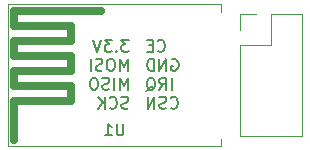
<source format=gbo>
%TF.GenerationSoftware,KiCad,Pcbnew,(6.0.8)*%
%TF.CreationDate,2022-11-07T14:56:58+08:00*%
%TF.ProjectId,remote-rpi,72656d6f-7465-42d7-9270-692e6b696361,rev?*%
%TF.SameCoordinates,Original*%
%TF.FileFunction,Legend,Bot*%
%TF.FilePolarity,Positive*%
%FSLAX46Y46*%
G04 Gerber Fmt 4.6, Leading zero omitted, Abs format (unit mm)*
G04 Created by KiCad (PCBNEW (6.0.8)) date 2022-11-07 14:56:58*
%MOMM*%
%LPD*%
G01*
G04 APERTURE LIST*
%ADD10C,0.150000*%
%ADD11C,0.700000*%
%ADD12C,0.120000*%
G04 APERTURE END LIST*
D10*
X10300642Y-3133380D02*
X9681595Y-3133380D01*
X10014928Y-3514333D01*
X9872071Y-3514333D01*
X9776833Y-3561952D01*
X9729214Y-3609571D01*
X9681595Y-3704809D01*
X9681595Y-3942904D01*
X9729214Y-4038142D01*
X9776833Y-4085761D01*
X9872071Y-4133380D01*
X10157785Y-4133380D01*
X10253023Y-4085761D01*
X10300642Y-4038142D01*
X9253023Y-4038142D02*
X9205404Y-4085761D01*
X9253023Y-4133380D01*
X9300642Y-4085761D01*
X9253023Y-4038142D01*
X9253023Y-4133380D01*
X8872071Y-3133380D02*
X8253023Y-3133380D01*
X8586357Y-3514333D01*
X8443500Y-3514333D01*
X8348261Y-3561952D01*
X8300642Y-3609571D01*
X8253023Y-3704809D01*
X8253023Y-3942904D01*
X8300642Y-4038142D01*
X8348261Y-4085761D01*
X8443500Y-4133380D01*
X8729214Y-4133380D01*
X8824452Y-4085761D01*
X8872071Y-4038142D01*
X7967309Y-3133380D02*
X7633976Y-4133380D01*
X7300642Y-3133380D01*
X10205404Y-5743380D02*
X10205404Y-4743380D01*
X9872071Y-5457666D01*
X9538738Y-4743380D01*
X9538738Y-5743380D01*
X8872071Y-4743380D02*
X8681595Y-4743380D01*
X8586357Y-4791000D01*
X8491119Y-4886238D01*
X8443500Y-5076714D01*
X8443500Y-5410047D01*
X8491119Y-5600523D01*
X8586357Y-5695761D01*
X8681595Y-5743380D01*
X8872071Y-5743380D01*
X8967309Y-5695761D01*
X9062547Y-5600523D01*
X9110166Y-5410047D01*
X9110166Y-5076714D01*
X9062547Y-4886238D01*
X8967309Y-4791000D01*
X8872071Y-4743380D01*
X8062547Y-5695761D02*
X7919690Y-5743380D01*
X7681595Y-5743380D01*
X7586357Y-5695761D01*
X7538738Y-5648142D01*
X7491119Y-5552904D01*
X7491119Y-5457666D01*
X7538738Y-5362428D01*
X7586357Y-5314809D01*
X7681595Y-5267190D01*
X7872071Y-5219571D01*
X7967309Y-5171952D01*
X8014928Y-5124333D01*
X8062547Y-5029095D01*
X8062547Y-4933857D01*
X8014928Y-4838619D01*
X7967309Y-4791000D01*
X7872071Y-4743380D01*
X7633976Y-4743380D01*
X7491119Y-4791000D01*
X7062547Y-5743380D02*
X7062547Y-4743380D01*
X10205404Y-7353380D02*
X10205404Y-6353380D01*
X9872071Y-7067666D01*
X9538738Y-6353380D01*
X9538738Y-7353380D01*
X9062547Y-7353380D02*
X9062547Y-6353380D01*
X8633976Y-7305761D02*
X8491119Y-7353380D01*
X8253023Y-7353380D01*
X8157785Y-7305761D01*
X8110166Y-7258142D01*
X8062547Y-7162904D01*
X8062547Y-7067666D01*
X8110166Y-6972428D01*
X8157785Y-6924809D01*
X8253023Y-6877190D01*
X8443500Y-6829571D01*
X8538738Y-6781952D01*
X8586357Y-6734333D01*
X8633976Y-6639095D01*
X8633976Y-6543857D01*
X8586357Y-6448619D01*
X8538738Y-6401000D01*
X8443500Y-6353380D01*
X8205404Y-6353380D01*
X8062547Y-6401000D01*
X7443500Y-6353380D02*
X7253023Y-6353380D01*
X7157785Y-6401000D01*
X7062547Y-6496238D01*
X7014928Y-6686714D01*
X7014928Y-7020047D01*
X7062547Y-7210523D01*
X7157785Y-7305761D01*
X7253023Y-7353380D01*
X7443500Y-7353380D01*
X7538738Y-7305761D01*
X7633976Y-7210523D01*
X7681595Y-7020047D01*
X7681595Y-6686714D01*
X7633976Y-6496238D01*
X7538738Y-6401000D01*
X7443500Y-6353380D01*
X10253023Y-8915761D02*
X10110166Y-8963380D01*
X9872071Y-8963380D01*
X9776833Y-8915761D01*
X9729214Y-8868142D01*
X9681595Y-8772904D01*
X9681595Y-8677666D01*
X9729214Y-8582428D01*
X9776833Y-8534809D01*
X9872071Y-8487190D01*
X10062547Y-8439571D01*
X10157785Y-8391952D01*
X10205404Y-8344333D01*
X10253023Y-8249095D01*
X10253023Y-8153857D01*
X10205404Y-8058619D01*
X10157785Y-8011000D01*
X10062547Y-7963380D01*
X9824452Y-7963380D01*
X9681595Y-8011000D01*
X8681595Y-8868142D02*
X8729214Y-8915761D01*
X8872071Y-8963380D01*
X8967309Y-8963380D01*
X9110166Y-8915761D01*
X9205404Y-8820523D01*
X9253023Y-8725285D01*
X9300642Y-8534809D01*
X9300642Y-8391952D01*
X9253023Y-8201476D01*
X9205404Y-8106238D01*
X9110166Y-8011000D01*
X8967309Y-7963380D01*
X8872071Y-7963380D01*
X8729214Y-8011000D01*
X8681595Y-8058619D01*
X8253023Y-8963380D02*
X8253023Y-7963380D01*
X7681595Y-8963380D02*
X8110166Y-8391952D01*
X7681595Y-7963380D02*
X8253023Y-8534809D01*
X12749738Y-4038142D02*
X12797357Y-4085761D01*
X12940214Y-4133380D01*
X13035452Y-4133380D01*
X13178309Y-4085761D01*
X13273547Y-3990523D01*
X13321166Y-3895285D01*
X13368785Y-3704809D01*
X13368785Y-3561952D01*
X13321166Y-3371476D01*
X13273547Y-3276238D01*
X13178309Y-3181000D01*
X13035452Y-3133380D01*
X12940214Y-3133380D01*
X12797357Y-3181000D01*
X12749738Y-3228619D01*
X12321166Y-3609571D02*
X11987833Y-3609571D01*
X11844976Y-4133380D02*
X12321166Y-4133380D01*
X12321166Y-3133380D01*
X11844976Y-3133380D01*
X13940214Y-4791000D02*
X14035452Y-4743380D01*
X14178309Y-4743380D01*
X14321166Y-4791000D01*
X14416404Y-4886238D01*
X14464023Y-4981476D01*
X14511642Y-5171952D01*
X14511642Y-5314809D01*
X14464023Y-5505285D01*
X14416404Y-5600523D01*
X14321166Y-5695761D01*
X14178309Y-5743380D01*
X14083071Y-5743380D01*
X13940214Y-5695761D01*
X13892595Y-5648142D01*
X13892595Y-5314809D01*
X14083071Y-5314809D01*
X13464023Y-5743380D02*
X13464023Y-4743380D01*
X12892595Y-5743380D01*
X12892595Y-4743380D01*
X12416404Y-5743380D02*
X12416404Y-4743380D01*
X12178309Y-4743380D01*
X12035452Y-4791000D01*
X11940214Y-4886238D01*
X11892595Y-4981476D01*
X11844976Y-5171952D01*
X11844976Y-5314809D01*
X11892595Y-5505285D01*
X11940214Y-5600523D01*
X12035452Y-5695761D01*
X12178309Y-5743380D01*
X12416404Y-5743380D01*
X13940214Y-7353380D02*
X13940214Y-6353380D01*
X12892595Y-7353380D02*
X13225928Y-6877190D01*
X13464023Y-7353380D02*
X13464023Y-6353380D01*
X13083071Y-6353380D01*
X12987833Y-6401000D01*
X12940214Y-6448619D01*
X12892595Y-6543857D01*
X12892595Y-6686714D01*
X12940214Y-6781952D01*
X12987833Y-6829571D01*
X13083071Y-6877190D01*
X13464023Y-6877190D01*
X11797357Y-7448619D02*
X11892595Y-7401000D01*
X11987833Y-7305761D01*
X12130690Y-7162904D01*
X12225928Y-7115285D01*
X12321166Y-7115285D01*
X12273547Y-7353380D02*
X12368785Y-7305761D01*
X12464023Y-7210523D01*
X12511642Y-7020047D01*
X12511642Y-6686714D01*
X12464023Y-6496238D01*
X12368785Y-6401000D01*
X12273547Y-6353380D01*
X12083071Y-6353380D01*
X11987833Y-6401000D01*
X11892595Y-6496238D01*
X11844976Y-6686714D01*
X11844976Y-7020047D01*
X11892595Y-7210523D01*
X11987833Y-7305761D01*
X12083071Y-7353380D01*
X12273547Y-7353380D01*
X13844976Y-8868142D02*
X13892595Y-8915761D01*
X14035452Y-8963380D01*
X14130690Y-8963380D01*
X14273547Y-8915761D01*
X14368785Y-8820523D01*
X14416404Y-8725285D01*
X14464023Y-8534809D01*
X14464023Y-8391952D01*
X14416404Y-8201476D01*
X14368785Y-8106238D01*
X14273547Y-8011000D01*
X14130690Y-7963380D01*
X14035452Y-7963380D01*
X13892595Y-8011000D01*
X13844976Y-8058619D01*
X13464023Y-8915761D02*
X13321166Y-8963380D01*
X13083071Y-8963380D01*
X12987833Y-8915761D01*
X12940214Y-8868142D01*
X12892595Y-8772904D01*
X12892595Y-8677666D01*
X12940214Y-8582428D01*
X12987833Y-8534809D01*
X13083071Y-8487190D01*
X13273547Y-8439571D01*
X13368785Y-8391952D01*
X13416404Y-8344333D01*
X13464023Y-8249095D01*
X13464023Y-8153857D01*
X13416404Y-8058619D01*
X13368785Y-8011000D01*
X13273547Y-7963380D01*
X13035452Y-7963380D01*
X12892595Y-8011000D01*
X12464023Y-8963380D02*
X12464023Y-7963380D01*
X11892595Y-8963380D01*
X11892595Y-7963380D01*
%TO.C,U1*%
X9841904Y-10216380D02*
X9841904Y-11025904D01*
X9794285Y-11121142D01*
X9746666Y-11168761D01*
X9651428Y-11216380D01*
X9460952Y-11216380D01*
X9365714Y-11168761D01*
X9318095Y-11121142D01*
X9270476Y-11025904D01*
X9270476Y-10216380D01*
X8270476Y-11216380D02*
X8841904Y-11216380D01*
X8556190Y-11216380D02*
X8556190Y-10216380D01*
X8651428Y-10359238D01*
X8746666Y-10454476D01*
X8841904Y-10502095D01*
D11*
X554000Y-4490000D02*
X5380000Y-4490000D01*
X554000Y-5760000D02*
X554000Y-7030000D01*
X5380000Y-3220000D02*
X554000Y-3220000D01*
X554000Y-7030000D02*
X5380000Y-7030000D01*
X554000Y-3220000D02*
X554000Y-4490000D01*
X5380000Y-7030000D02*
X5380000Y-8300000D01*
X554000Y-680000D02*
X554000Y-1950000D01*
D12*
X18080000Y-12096000D02*
X18080000Y-11496000D01*
X80000Y-96000D02*
X18080000Y-96000D01*
D11*
X7920000Y-680000D02*
X554000Y-680000D01*
D12*
X18080000Y-746000D02*
X18080000Y-96000D01*
D11*
X554000Y-1950000D02*
X5380000Y-1950000D01*
X554000Y-8300000D02*
X554000Y-11602000D01*
X5380000Y-4490000D02*
X5380000Y-5760000D01*
D12*
X80000Y-96000D02*
X80000Y-12096000D01*
D11*
X5380000Y-5760000D02*
X554000Y-5760000D01*
X5380000Y-8300000D02*
X554000Y-8300000D01*
X5380000Y-1950000D02*
X5380000Y-3220000D01*
D12*
X80000Y-12096000D02*
X18080000Y-12096000D01*
%TO.C,J1*%
X24932000Y-960000D02*
X22332000Y-960000D01*
X22332000Y-3560000D02*
X19732000Y-3560000D01*
X24932000Y-11240000D02*
X19732000Y-11240000D01*
X19732000Y-3560000D02*
X19732000Y-11240000D01*
X22332000Y-960000D02*
X22332000Y-3560000D01*
X21062000Y-960000D02*
X19732000Y-960000D01*
X19732000Y-960000D02*
X19732000Y-2290000D01*
X24932000Y-960000D02*
X24932000Y-11240000D01*
%TD*%
M02*

</source>
